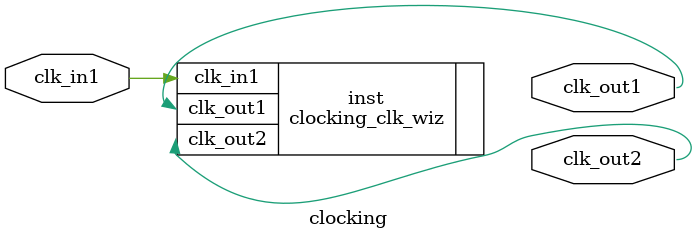
<source format=v>


`timescale 1ps/1ps

(* CORE_GENERATION_INFO = "clocking,clk_wiz_v6_0_2_0_0,{component_name=clocking,use_phase_alignment=true,use_min_o_jitter=false,use_max_i_jitter=false,use_dyn_phase_shift=false,use_inclk_switchover=false,use_dyn_reconfig=false,enable_axi=0,feedback_source=FDBK_AUTO,PRIMITIVE=PLL,num_out_clk=2,clkin1_period=10.000,clkin2_period=10.000,use_power_down=false,use_reset=false,use_locked=false,use_inclk_stopped=false,feedback_type=SINGLE,CLOCK_MGR_TYPE=NA,manual_override=false}" *)

module clocking 
 (
  // Clock out ports
  output        clk_out1,
  output        clk_out2,
 // Clock in ports
  input         clk_in1
 );

  clocking_clk_wiz inst
  (
  // Clock out ports  
  .clk_out1(clk_out1),
  .clk_out2(clk_out2),
 // Clock in ports
  .clk_in1(clk_in1)
  );

endmodule

</source>
